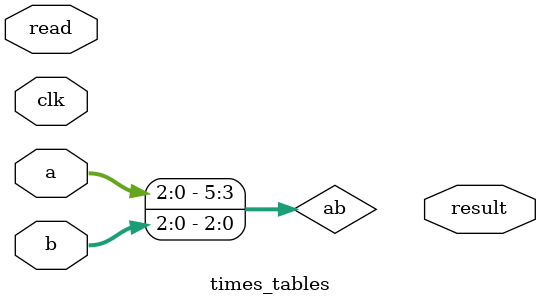
<source format=v>
`timescale 1ns / 100ps

module times_tables(
	input clk,
	input [2:0] a,
	input [2:0] b,	
	input read,
	output [5:0] result
	);

	wire [5:0] ab;
	assign ab = {a[2:0],b[2:0]};

	//NEED TO SET UP MEMORY PART

endmodule

</source>
